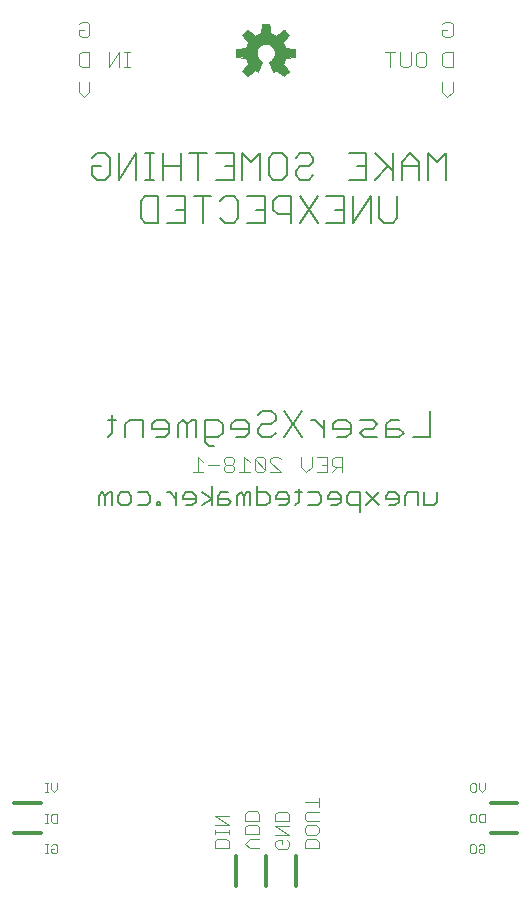
<source format=gbo>
G75*
%MOIN*%
%OFA0B0*%
%FSLAX25Y25*%
%IPPOS*%
%LPD*%
%AMOC8*
5,1,8,0,0,1.08239X$1,22.5*
%
%ADD10C,0.00800*%
%ADD11C,0.00600*%
%ADD12C,0.00400*%
%ADD13C,0.01200*%
%ADD14C,0.00300*%
D10*
X0087800Y0170514D02*
X0086332Y0171982D01*
X0086332Y0179322D01*
X0090736Y0179322D01*
X0092204Y0177854D01*
X0092204Y0174918D01*
X0090736Y0173450D01*
X0086332Y0173450D01*
X0087800Y0170514D02*
X0089268Y0170514D01*
X0083364Y0173450D02*
X0083364Y0179322D01*
X0081897Y0179322D01*
X0080429Y0177854D01*
X0078961Y0179322D01*
X0077493Y0177854D01*
X0077493Y0173450D01*
X0080429Y0173450D02*
X0080429Y0177854D01*
X0074525Y0177854D02*
X0074525Y0174918D01*
X0073057Y0173450D01*
X0070121Y0173450D01*
X0068653Y0176386D02*
X0074525Y0176386D01*
X0074525Y0177854D02*
X0073057Y0179322D01*
X0070121Y0179322D01*
X0068653Y0177854D01*
X0068653Y0176386D01*
X0065685Y0173450D02*
X0065685Y0179322D01*
X0061282Y0179322D01*
X0059814Y0177854D01*
X0059814Y0173450D01*
X0056846Y0179322D02*
X0053910Y0179322D01*
X0055378Y0180790D02*
X0055378Y0174918D01*
X0053910Y0173450D01*
X0095172Y0176386D02*
X0101044Y0176386D01*
X0101044Y0174918D02*
X0101044Y0177854D01*
X0099576Y0179322D01*
X0096640Y0179322D01*
X0095172Y0177854D01*
X0095172Y0176386D01*
X0096640Y0173450D02*
X0099576Y0173450D01*
X0101044Y0174918D01*
X0104011Y0174918D02*
X0105479Y0173450D01*
X0108415Y0173450D01*
X0109883Y0174918D01*
X0108415Y0177854D02*
X0105479Y0177854D01*
X0104011Y0176386D01*
X0104011Y0174918D01*
X0108415Y0177854D02*
X0109883Y0179322D01*
X0109883Y0180790D01*
X0108415Y0182258D01*
X0105479Y0182258D01*
X0104011Y0180790D01*
X0112851Y0182258D02*
X0118723Y0173450D01*
X0121685Y0179322D02*
X0123153Y0179322D01*
X0126089Y0176386D01*
X0126089Y0173450D02*
X0126089Y0179322D01*
X0129057Y0177854D02*
X0129057Y0176386D01*
X0134929Y0176386D01*
X0134929Y0174918D02*
X0134929Y0177854D01*
X0133461Y0179322D01*
X0130525Y0179322D01*
X0129057Y0177854D01*
X0130525Y0173450D02*
X0133461Y0173450D01*
X0134929Y0174918D01*
X0137896Y0174918D02*
X0139364Y0176386D01*
X0142300Y0176386D01*
X0143768Y0177854D01*
X0142300Y0179322D01*
X0137896Y0179322D01*
X0137896Y0174918D02*
X0139364Y0173450D01*
X0143768Y0173450D01*
X0146736Y0173450D02*
X0146736Y0177854D01*
X0148204Y0179322D01*
X0151140Y0179322D01*
X0151140Y0176386D02*
X0146736Y0176386D01*
X0146736Y0173450D02*
X0151140Y0173450D01*
X0152608Y0174918D01*
X0151140Y0176386D01*
X0155576Y0173450D02*
X0161447Y0173450D01*
X0161447Y0182258D01*
X0148930Y0245000D02*
X0145994Y0245000D01*
X0144526Y0246468D01*
X0144526Y0253808D01*
X0141558Y0253808D02*
X0135687Y0245000D01*
X0135687Y0253808D01*
X0134213Y0259400D02*
X0140085Y0259400D01*
X0140085Y0268208D01*
X0134213Y0268208D01*
X0137149Y0263804D02*
X0140085Y0263804D01*
X0143053Y0268208D02*
X0148925Y0262336D01*
X0147457Y0263804D02*
X0143053Y0259400D01*
X0141558Y0253808D02*
X0141558Y0245000D01*
X0148930Y0245000D02*
X0150398Y0246468D01*
X0150398Y0253808D01*
X0148925Y0259400D02*
X0148925Y0268208D01*
X0151892Y0265272D02*
X0151892Y0259400D01*
X0151892Y0263804D02*
X0157764Y0263804D01*
X0157764Y0265272D02*
X0154828Y0268208D01*
X0151892Y0265272D01*
X0157764Y0265272D02*
X0157764Y0259400D01*
X0160732Y0259400D02*
X0160732Y0268208D01*
X0163668Y0265272D01*
X0166604Y0268208D01*
X0166604Y0259400D01*
X0132719Y0253808D02*
X0132719Y0245000D01*
X0126847Y0245000D01*
X0129783Y0249404D02*
X0132719Y0249404D01*
X0132719Y0253808D02*
X0126847Y0253808D01*
X0123879Y0253808D02*
X0118007Y0245000D01*
X0115040Y0245000D02*
X0115040Y0253808D01*
X0110636Y0253808D01*
X0109168Y0252340D01*
X0109168Y0249404D01*
X0110636Y0247936D01*
X0115040Y0247936D01*
X0118007Y0253808D02*
X0123879Y0245000D01*
X0120938Y0259400D02*
X0118002Y0259400D01*
X0116534Y0260868D01*
X0116534Y0262336D01*
X0118002Y0263804D01*
X0120938Y0263804D01*
X0122406Y0265272D01*
X0122406Y0266740D01*
X0120938Y0268208D01*
X0118002Y0268208D01*
X0116534Y0266740D01*
X0113566Y0266740D02*
X0113566Y0260868D01*
X0112098Y0259400D01*
X0109163Y0259400D01*
X0107695Y0260868D01*
X0107695Y0266740D01*
X0109163Y0268208D01*
X0112098Y0268208D01*
X0113566Y0266740D01*
X0104727Y0268208D02*
X0104727Y0259400D01*
X0106200Y0253808D02*
X0106200Y0245000D01*
X0100328Y0245000D01*
X0097360Y0246468D02*
X0095893Y0245000D01*
X0092957Y0245000D01*
X0091489Y0246468D01*
X0091489Y0252340D02*
X0092957Y0253808D01*
X0095893Y0253808D01*
X0097360Y0252340D01*
X0097360Y0246468D01*
X0103264Y0249404D02*
X0106200Y0249404D01*
X0106200Y0253808D02*
X0100328Y0253808D01*
X0098855Y0259400D02*
X0098855Y0268208D01*
X0101791Y0265272D01*
X0104727Y0268208D01*
X0095887Y0268208D02*
X0095887Y0259400D01*
X0090016Y0259400D01*
X0088521Y0253808D02*
X0082649Y0253808D01*
X0085585Y0253808D02*
X0085585Y0245000D01*
X0079681Y0245000D02*
X0073810Y0245000D01*
X0070842Y0245000D02*
X0066438Y0245000D01*
X0064970Y0246468D01*
X0064970Y0252340D01*
X0066438Y0253808D01*
X0070842Y0253808D01*
X0070842Y0245000D01*
X0076745Y0249404D02*
X0079681Y0249404D01*
X0079681Y0253808D02*
X0079681Y0245000D01*
X0079681Y0253808D02*
X0073810Y0253808D01*
X0072336Y0259400D02*
X0072336Y0268208D01*
X0069369Y0268208D02*
X0066433Y0268208D01*
X0067901Y0268208D02*
X0067901Y0259400D01*
X0069369Y0259400D02*
X0066433Y0259400D01*
X0063475Y0259400D02*
X0063475Y0268208D01*
X0057604Y0259400D01*
X0057604Y0268208D01*
X0054636Y0266740D02*
X0054636Y0260868D01*
X0053168Y0259400D01*
X0050232Y0259400D01*
X0048764Y0260868D01*
X0048764Y0263804D01*
X0051700Y0263804D01*
X0048764Y0266740D02*
X0050232Y0268208D01*
X0053168Y0268208D01*
X0054636Y0266740D01*
X0072336Y0263804D02*
X0078208Y0263804D01*
X0078208Y0259400D02*
X0078208Y0268208D01*
X0081176Y0268208D02*
X0087048Y0268208D01*
X0084112Y0268208D02*
X0084112Y0259400D01*
X0090016Y0268208D02*
X0095887Y0268208D01*
X0095887Y0263804D02*
X0092951Y0263804D01*
X0120938Y0259400D02*
X0122406Y0260868D01*
X0118723Y0182258D02*
X0112851Y0173450D01*
D11*
X0103641Y0157305D02*
X0103641Y0150900D01*
X0106844Y0150900D01*
X0107911Y0151968D01*
X0107911Y0154103D01*
X0106844Y0155170D01*
X0103641Y0155170D01*
X0101466Y0155170D02*
X0101466Y0150900D01*
X0099331Y0150900D02*
X0099331Y0154103D01*
X0098263Y0155170D01*
X0097196Y0154103D01*
X0097196Y0150900D01*
X0095020Y0151968D02*
X0093953Y0153035D01*
X0090750Y0153035D01*
X0090750Y0154103D02*
X0090750Y0150900D01*
X0093953Y0150900D01*
X0095020Y0151968D01*
X0093953Y0155170D02*
X0091818Y0155170D01*
X0090750Y0154103D01*
X0088575Y0153035D02*
X0085372Y0155170D01*
X0083204Y0154103D02*
X0083204Y0151968D01*
X0082136Y0150900D01*
X0080001Y0150900D01*
X0078933Y0153035D02*
X0078933Y0154103D01*
X0080001Y0155170D01*
X0082136Y0155170D01*
X0083204Y0154103D01*
X0083204Y0153035D02*
X0078933Y0153035D01*
X0076758Y0153035D02*
X0074623Y0155170D01*
X0073556Y0155170D01*
X0076758Y0155170D02*
X0076758Y0150900D01*
X0071387Y0150900D02*
X0070319Y0150900D01*
X0070319Y0151968D01*
X0071387Y0151968D01*
X0071387Y0150900D01*
X0068164Y0151968D02*
X0067097Y0150900D01*
X0063894Y0150900D01*
X0061719Y0151968D02*
X0061719Y0154103D01*
X0060651Y0155170D01*
X0058516Y0155170D01*
X0057448Y0154103D01*
X0057448Y0151968D01*
X0058516Y0150900D01*
X0060651Y0150900D01*
X0061719Y0151968D01*
X0063894Y0155170D02*
X0067097Y0155170D01*
X0068164Y0154103D01*
X0068164Y0151968D01*
X0055273Y0150900D02*
X0055273Y0155170D01*
X0054206Y0155170D01*
X0053138Y0154103D01*
X0052071Y0155170D01*
X0051003Y0154103D01*
X0051003Y0150900D01*
X0053138Y0150900D02*
X0053138Y0154103D01*
X0085372Y0150900D02*
X0088575Y0153035D01*
X0088575Y0150900D02*
X0088575Y0157305D01*
X0099331Y0154103D02*
X0100398Y0155170D01*
X0101466Y0155170D01*
X0110087Y0154103D02*
X0110087Y0153035D01*
X0114357Y0153035D01*
X0114357Y0151968D02*
X0114357Y0154103D01*
X0113289Y0155170D01*
X0111154Y0155170D01*
X0110087Y0154103D01*
X0111154Y0150900D02*
X0113289Y0150900D01*
X0114357Y0151968D01*
X0116519Y0150900D02*
X0117586Y0151968D01*
X0117586Y0156238D01*
X0116519Y0155170D02*
X0118654Y0155170D01*
X0120829Y0155170D02*
X0124032Y0155170D01*
X0125099Y0154103D01*
X0125099Y0151968D01*
X0124032Y0150900D01*
X0120829Y0150900D01*
X0127275Y0153035D02*
X0131545Y0153035D01*
X0131545Y0151968D02*
X0131545Y0154103D01*
X0130477Y0155170D01*
X0128342Y0155170D01*
X0127275Y0154103D01*
X0127275Y0153035D01*
X0128342Y0150900D02*
X0130477Y0150900D01*
X0131545Y0151968D01*
X0133720Y0151968D02*
X0133720Y0154103D01*
X0134788Y0155170D01*
X0137990Y0155170D01*
X0137990Y0148765D01*
X0137990Y0150900D02*
X0134788Y0150900D01*
X0133720Y0151968D01*
X0140166Y0150900D02*
X0144436Y0155170D01*
X0146611Y0154103D02*
X0146611Y0153035D01*
X0150881Y0153035D01*
X0150881Y0151968D02*
X0150881Y0154103D01*
X0149814Y0155170D01*
X0147679Y0155170D01*
X0146611Y0154103D01*
X0147679Y0150900D02*
X0149814Y0150900D01*
X0150881Y0151968D01*
X0153057Y0150900D02*
X0153057Y0154103D01*
X0154124Y0155170D01*
X0157327Y0155170D01*
X0157327Y0150900D01*
X0159502Y0150900D02*
X0159502Y0155170D01*
X0159502Y0150900D02*
X0162705Y0150900D01*
X0163772Y0151968D01*
X0163772Y0155170D01*
X0144436Y0150900D02*
X0140166Y0155170D01*
D12*
X0132182Y0161800D02*
X0132182Y0167004D01*
X0129580Y0167004D01*
X0128712Y0166137D01*
X0128712Y0164402D01*
X0129580Y0163535D01*
X0132182Y0163535D01*
X0130447Y0163535D02*
X0128712Y0161800D01*
X0127026Y0161800D02*
X0123556Y0161800D01*
X0121869Y0163535D02*
X0120134Y0161800D01*
X0118400Y0163535D01*
X0118400Y0167004D01*
X0121869Y0167004D02*
X0121869Y0163535D01*
X0123556Y0167004D02*
X0127026Y0167004D01*
X0127026Y0161800D01*
X0127026Y0164402D02*
X0125291Y0164402D01*
X0111556Y0166137D02*
X0110689Y0167004D01*
X0108954Y0167004D01*
X0108087Y0166137D01*
X0108087Y0165270D01*
X0111556Y0161800D01*
X0108087Y0161800D01*
X0106400Y0162667D02*
X0106400Y0166137D01*
X0105533Y0167004D01*
X0103798Y0167004D01*
X0102930Y0166137D01*
X0106400Y0162667D01*
X0105533Y0161800D01*
X0103798Y0161800D01*
X0102930Y0162667D01*
X0102930Y0166137D01*
X0101244Y0165270D02*
X0099509Y0167004D01*
X0099509Y0161800D01*
X0101244Y0161800D02*
X0097774Y0161800D01*
X0096087Y0162667D02*
X0096087Y0163535D01*
X0095220Y0164402D01*
X0093485Y0164402D01*
X0092618Y0163535D01*
X0092618Y0162667D01*
X0093485Y0161800D01*
X0095220Y0161800D01*
X0096087Y0162667D01*
X0095220Y0164402D02*
X0096087Y0165270D01*
X0096087Y0166137D01*
X0095220Y0167004D01*
X0093485Y0167004D01*
X0092618Y0166137D01*
X0092618Y0165270D01*
X0093485Y0164402D01*
X0090931Y0164402D02*
X0087461Y0164402D01*
X0085774Y0165270D02*
X0084040Y0167004D01*
X0084040Y0161800D01*
X0085774Y0161800D02*
X0082305Y0161800D01*
X0124254Y0053332D02*
X0124254Y0050263D01*
X0124254Y0051798D02*
X0119650Y0051798D01*
X0120417Y0048728D02*
X0119650Y0047961D01*
X0119650Y0046426D01*
X0120417Y0045659D01*
X0124254Y0045659D01*
X0123486Y0044124D02*
X0124254Y0043357D01*
X0124254Y0041822D01*
X0123486Y0041055D01*
X0120417Y0041055D01*
X0119650Y0041822D01*
X0119650Y0043357D01*
X0120417Y0044124D01*
X0123486Y0044124D01*
X0124254Y0048728D02*
X0120417Y0048728D01*
X0114454Y0047861D02*
X0114454Y0045559D01*
X0109850Y0045559D01*
X0109850Y0047861D01*
X0110617Y0048628D01*
X0113686Y0048628D01*
X0114454Y0047861D01*
X0114454Y0044024D02*
X0109850Y0044024D01*
X0114454Y0040955D01*
X0109850Y0040955D01*
X0110617Y0039420D02*
X0112152Y0039420D01*
X0112152Y0037886D01*
X0113686Y0039420D02*
X0114454Y0038653D01*
X0114454Y0037118D01*
X0113686Y0036351D01*
X0110617Y0036351D01*
X0109850Y0037118D01*
X0109850Y0038653D01*
X0110617Y0039420D01*
X0104454Y0039620D02*
X0101384Y0039620D01*
X0099850Y0038086D01*
X0101384Y0036551D01*
X0104454Y0036551D01*
X0104454Y0041155D02*
X0099850Y0041155D01*
X0099850Y0043457D01*
X0100617Y0044224D01*
X0103686Y0044224D01*
X0104454Y0043457D01*
X0104454Y0041155D01*
X0104454Y0045759D02*
X0104454Y0048061D01*
X0103686Y0048828D01*
X0100617Y0048828D01*
X0099850Y0048061D01*
X0099850Y0045759D01*
X0104454Y0045759D01*
X0094254Y0044224D02*
X0089650Y0047294D01*
X0094254Y0047294D01*
X0094254Y0044224D02*
X0089650Y0044224D01*
X0089650Y0042690D02*
X0089650Y0041155D01*
X0089650Y0041922D02*
X0094254Y0041922D01*
X0094254Y0041155D02*
X0094254Y0042690D01*
X0093486Y0039620D02*
X0090417Y0039620D01*
X0089650Y0038853D01*
X0089650Y0036551D01*
X0094254Y0036551D01*
X0094254Y0038853D01*
X0093486Y0039620D01*
X0119650Y0038753D02*
X0119650Y0036451D01*
X0124254Y0036451D01*
X0124254Y0038753D01*
X0123486Y0039520D01*
X0120417Y0039520D01*
X0119650Y0038753D01*
X0167165Y0286800D02*
X0165430Y0288535D01*
X0165430Y0292004D01*
X0168900Y0292004D02*
X0168900Y0288535D01*
X0167165Y0286800D01*
X0166298Y0296800D02*
X0165430Y0297667D01*
X0165430Y0301137D01*
X0166298Y0302004D01*
X0168900Y0302004D01*
X0168900Y0296800D01*
X0166298Y0296800D01*
X0160150Y0297667D02*
X0159283Y0296800D01*
X0157548Y0296800D01*
X0156680Y0297667D01*
X0156680Y0301137D01*
X0157548Y0302004D01*
X0159283Y0302004D01*
X0160150Y0301137D01*
X0160150Y0297667D01*
X0154994Y0297667D02*
X0154126Y0296800D01*
X0152391Y0296800D01*
X0151524Y0297667D01*
X0151524Y0302004D01*
X0149837Y0302004D02*
X0146368Y0302004D01*
X0148102Y0302004D02*
X0148102Y0296800D01*
X0154994Y0297667D02*
X0154994Y0302004D01*
X0165430Y0307667D02*
X0165430Y0309402D01*
X0167165Y0309402D01*
X0165430Y0307667D02*
X0166298Y0306800D01*
X0168033Y0306800D01*
X0168900Y0307667D01*
X0168900Y0311137D01*
X0168033Y0312004D01*
X0166298Y0312004D01*
X0165430Y0311137D01*
X0061244Y0302004D02*
X0059509Y0302004D01*
X0060377Y0302004D02*
X0060377Y0296800D01*
X0061244Y0296800D02*
X0059509Y0296800D01*
X0057806Y0296800D02*
X0057806Y0302004D01*
X0054337Y0296800D01*
X0054337Y0302004D01*
X0047806Y0302004D02*
X0047806Y0296800D01*
X0045204Y0296800D01*
X0044337Y0297667D01*
X0044337Y0301137D01*
X0045204Y0302004D01*
X0047806Y0302004D01*
X0046939Y0306800D02*
X0045204Y0306800D01*
X0044337Y0307667D01*
X0044337Y0309402D01*
X0046072Y0309402D01*
X0047806Y0307667D02*
X0046939Y0306800D01*
X0047806Y0307667D02*
X0047806Y0311137D01*
X0046939Y0312004D01*
X0045204Y0312004D01*
X0044337Y0311137D01*
X0044337Y0292004D02*
X0044337Y0288535D01*
X0046072Y0286800D01*
X0047806Y0288535D01*
X0047806Y0292004D01*
D13*
X0031600Y0041600D02*
X0022850Y0041600D01*
X0022850Y0051600D02*
X0031600Y0051600D01*
X0096600Y0034100D02*
X0096600Y0024100D01*
X0106600Y0024100D02*
X0106600Y0034100D01*
X0116600Y0034100D02*
X0116600Y0024100D01*
X0181600Y0041600D02*
X0190350Y0041600D01*
X0190350Y0051600D02*
X0181600Y0051600D01*
D14*
X0179699Y0048102D02*
X0178248Y0048102D01*
X0177764Y0047618D01*
X0177764Y0045683D01*
X0178248Y0045200D01*
X0179699Y0045200D01*
X0179699Y0048102D01*
X0176752Y0047618D02*
X0176752Y0045683D01*
X0176269Y0045200D01*
X0175301Y0045200D01*
X0174817Y0045683D01*
X0174817Y0047618D01*
X0175301Y0048102D01*
X0176269Y0048102D01*
X0176752Y0047618D01*
X0176269Y0055350D02*
X0175301Y0055350D01*
X0174817Y0055833D01*
X0174817Y0057768D01*
X0175301Y0058252D01*
X0176269Y0058252D01*
X0176752Y0057768D01*
X0176752Y0055833D01*
X0176269Y0055350D01*
X0177764Y0056317D02*
X0177764Y0058252D01*
X0179699Y0058252D02*
X0179699Y0056317D01*
X0178731Y0055350D01*
X0177764Y0056317D01*
X0178048Y0037852D02*
X0177564Y0037368D01*
X0178048Y0037852D02*
X0179015Y0037852D01*
X0179499Y0037368D01*
X0179499Y0035433D01*
X0179015Y0034950D01*
X0178048Y0034950D01*
X0177564Y0035433D01*
X0177564Y0036401D01*
X0178531Y0036401D01*
X0176552Y0037368D02*
X0176552Y0035433D01*
X0176069Y0034950D01*
X0175101Y0034950D01*
X0174617Y0035433D01*
X0174617Y0037368D01*
X0175101Y0037852D01*
X0176069Y0037852D01*
X0176552Y0037368D01*
X0037035Y0037368D02*
X0037035Y0035433D01*
X0036551Y0034950D01*
X0035583Y0034950D01*
X0035100Y0035433D01*
X0035100Y0036401D01*
X0036067Y0036401D01*
X0035100Y0037368D02*
X0035583Y0037852D01*
X0036551Y0037852D01*
X0037035Y0037368D01*
X0034088Y0037852D02*
X0033121Y0037852D01*
X0033604Y0037852D02*
X0033604Y0034950D01*
X0033121Y0034950D02*
X0034088Y0034950D01*
X0034088Y0045100D02*
X0033121Y0045100D01*
X0033604Y0045100D02*
X0033604Y0048002D01*
X0033121Y0048002D02*
X0034088Y0048002D01*
X0035100Y0047518D02*
X0035100Y0045583D01*
X0035583Y0045100D01*
X0037035Y0045100D01*
X0037035Y0048002D01*
X0035583Y0048002D01*
X0035100Y0047518D01*
X0034113Y0055300D02*
X0033146Y0055300D01*
X0033629Y0055300D02*
X0033629Y0058202D01*
X0033146Y0058202D02*
X0034113Y0058202D01*
X0035125Y0058202D02*
X0035125Y0056267D01*
X0036092Y0055300D01*
X0037060Y0056267D01*
X0037060Y0058202D01*
X0100540Y0293844D02*
X0098844Y0295540D01*
X0100861Y0298014D01*
X0100348Y0299011D01*
X0100007Y0300078D01*
X0096831Y0300400D01*
X0096831Y0302800D01*
X0100007Y0303122D01*
X0100348Y0304189D01*
X0100861Y0305186D01*
X0098844Y0307660D01*
X0100540Y0309356D01*
X0103014Y0307339D01*
X0104011Y0307852D01*
X0105078Y0308193D01*
X0105400Y0311369D01*
X0107800Y0311369D01*
X0108122Y0308193D01*
X0109189Y0307852D01*
X0110186Y0307339D01*
X0112660Y0309356D01*
X0114356Y0307660D01*
X0112339Y0305186D01*
X0112852Y0304189D01*
X0113193Y0303122D01*
X0116369Y0302800D01*
X0116369Y0300400D01*
X0113193Y0300078D01*
X0112852Y0299011D01*
X0112339Y0298014D01*
X0114356Y0295540D01*
X0112660Y0293844D01*
X0110186Y0295861D01*
X0109190Y0295348D01*
X0107777Y0298758D01*
X0108309Y0299042D01*
X0108775Y0299425D01*
X0109158Y0299891D01*
X0109442Y0300423D01*
X0109617Y0301000D01*
X0109676Y0301600D01*
X0109611Y0302228D01*
X0109419Y0302830D01*
X0109109Y0303380D01*
X0108692Y0303855D01*
X0108188Y0304235D01*
X0107616Y0304503D01*
X0107002Y0304650D01*
X0106370Y0304667D01*
X0105749Y0304556D01*
X0105163Y0304320D01*
X0104638Y0303969D01*
X0104195Y0303518D01*
X0103854Y0302986D01*
X0103629Y0302396D01*
X0103529Y0301773D01*
X0103558Y0301142D01*
X0103716Y0300530D01*
X0103996Y0299964D01*
X0104385Y0299466D01*
X0104867Y0299059D01*
X0105423Y0298758D01*
X0104010Y0295348D01*
X0103014Y0295861D01*
X0100540Y0293844D01*
X0100465Y0293919D02*
X0100632Y0293919D01*
X0100998Y0294217D02*
X0100167Y0294217D01*
X0099868Y0294516D02*
X0101364Y0294516D01*
X0101730Y0294814D02*
X0099570Y0294814D01*
X0099271Y0295113D02*
X0102096Y0295113D01*
X0102462Y0295411D02*
X0098973Y0295411D01*
X0098982Y0295710D02*
X0102828Y0295710D01*
X0103308Y0295710D02*
X0104160Y0295710D01*
X0104284Y0296008D02*
X0099226Y0296008D01*
X0099469Y0296307D02*
X0104407Y0296307D01*
X0104531Y0296605D02*
X0099713Y0296605D01*
X0099956Y0296904D02*
X0104655Y0296904D01*
X0104778Y0297202D02*
X0100200Y0297202D01*
X0100443Y0297501D02*
X0104902Y0297501D01*
X0105026Y0297799D02*
X0100686Y0297799D01*
X0100818Y0298098D02*
X0105149Y0298098D01*
X0105273Y0298396D02*
X0100665Y0298396D01*
X0100511Y0298695D02*
X0105397Y0298695D01*
X0104988Y0298994D02*
X0100357Y0298994D01*
X0100258Y0299292D02*
X0104591Y0299292D01*
X0104287Y0299591D02*
X0100163Y0299591D01*
X0100067Y0299889D02*
X0104054Y0299889D01*
X0103885Y0300188D02*
X0098927Y0300188D01*
X0096831Y0300486D02*
X0103738Y0300486D01*
X0103651Y0300785D02*
X0096831Y0300785D01*
X0096831Y0301083D02*
X0103574Y0301083D01*
X0103547Y0301382D02*
X0096831Y0301382D01*
X0096831Y0301680D02*
X0103533Y0301680D01*
X0103562Y0301979D02*
X0096831Y0301979D01*
X0096831Y0302277D02*
X0103610Y0302277D01*
X0103697Y0302576D02*
X0096831Y0302576D01*
X0097565Y0302874D02*
X0103811Y0302874D01*
X0103974Y0303173D02*
X0100023Y0303173D01*
X0100118Y0303471D02*
X0104165Y0303471D01*
X0104442Y0303770D02*
X0100214Y0303770D01*
X0100309Y0304068D02*
X0104787Y0304068D01*
X0105280Y0304367D02*
X0100440Y0304367D01*
X0100593Y0304665D02*
X0106359Y0304665D01*
X0106445Y0304665D02*
X0112607Y0304665D01*
X0112760Y0304367D02*
X0107907Y0304367D01*
X0108409Y0304068D02*
X0112890Y0304068D01*
X0112986Y0303770D02*
X0108767Y0303770D01*
X0109029Y0303471D02*
X0113082Y0303471D01*
X0113177Y0303173D02*
X0109226Y0303173D01*
X0109394Y0302874D02*
X0115635Y0302874D01*
X0116369Y0302576D02*
X0109500Y0302576D01*
X0109596Y0302277D02*
X0116369Y0302277D01*
X0116369Y0301979D02*
X0109637Y0301979D01*
X0109668Y0301680D02*
X0116369Y0301680D01*
X0116369Y0301382D02*
X0109654Y0301382D01*
X0109625Y0301083D02*
X0116369Y0301083D01*
X0116369Y0300785D02*
X0109552Y0300785D01*
X0109461Y0300486D02*
X0116369Y0300486D01*
X0114273Y0300188D02*
X0109316Y0300188D01*
X0109156Y0299889D02*
X0113133Y0299889D01*
X0113037Y0299591D02*
X0108911Y0299591D01*
X0108613Y0299292D02*
X0112942Y0299292D01*
X0112843Y0298994D02*
X0108217Y0298994D01*
X0107803Y0298695D02*
X0112689Y0298695D01*
X0112535Y0298396D02*
X0107927Y0298396D01*
X0108051Y0298098D02*
X0112382Y0298098D01*
X0112514Y0297799D02*
X0108174Y0297799D01*
X0108298Y0297501D02*
X0112757Y0297501D01*
X0113000Y0297202D02*
X0108422Y0297202D01*
X0108545Y0296904D02*
X0113244Y0296904D01*
X0113487Y0296605D02*
X0108669Y0296605D01*
X0108793Y0296307D02*
X0113731Y0296307D01*
X0113974Y0296008D02*
X0108916Y0296008D01*
X0109040Y0295710D02*
X0109892Y0295710D01*
X0110372Y0295710D02*
X0114217Y0295710D01*
X0114227Y0295411D02*
X0110738Y0295411D01*
X0111104Y0295113D02*
X0113929Y0295113D01*
X0113630Y0294814D02*
X0111470Y0294814D01*
X0111836Y0294516D02*
X0113332Y0294516D01*
X0113033Y0294217D02*
X0112202Y0294217D01*
X0112568Y0293919D02*
X0112735Y0293919D01*
X0109313Y0295411D02*
X0109164Y0295411D01*
X0104036Y0295411D02*
X0103887Y0295411D01*
X0100747Y0304964D02*
X0112453Y0304964D01*
X0112401Y0305262D02*
X0100799Y0305262D01*
X0100556Y0305561D02*
X0112644Y0305561D01*
X0112888Y0305859D02*
X0100312Y0305859D01*
X0100069Y0306158D02*
X0113131Y0306158D01*
X0113375Y0306456D02*
X0099825Y0306456D01*
X0099582Y0306755D02*
X0113618Y0306755D01*
X0113861Y0307053D02*
X0099339Y0307053D01*
X0099095Y0307352D02*
X0102998Y0307352D01*
X0103040Y0307352D02*
X0110160Y0307352D01*
X0110202Y0307352D02*
X0114105Y0307352D01*
X0114348Y0307650D02*
X0110568Y0307650D01*
X0110934Y0307949D02*
X0114067Y0307949D01*
X0113768Y0308247D02*
X0111300Y0308247D01*
X0111666Y0308546D02*
X0113470Y0308546D01*
X0113171Y0308844D02*
X0112033Y0308844D01*
X0112399Y0309143D02*
X0112873Y0309143D01*
X0109580Y0307650D02*
X0103620Y0307650D01*
X0104314Y0307949D02*
X0108886Y0307949D01*
X0108117Y0308247D02*
X0105083Y0308247D01*
X0105114Y0308546D02*
X0108086Y0308546D01*
X0108056Y0308844D02*
X0105144Y0308844D01*
X0105174Y0309143D02*
X0108026Y0309143D01*
X0107995Y0309441D02*
X0105205Y0309441D01*
X0105235Y0309740D02*
X0107965Y0309740D01*
X0107935Y0310038D02*
X0105265Y0310038D01*
X0105296Y0310337D02*
X0107904Y0310337D01*
X0107874Y0310635D02*
X0105326Y0310635D01*
X0105356Y0310934D02*
X0107844Y0310934D01*
X0107813Y0311232D02*
X0105387Y0311232D01*
X0102632Y0307650D02*
X0098852Y0307650D01*
X0099133Y0307949D02*
X0102266Y0307949D01*
X0101900Y0308247D02*
X0099432Y0308247D01*
X0099730Y0308546D02*
X0101534Y0308546D01*
X0101167Y0308844D02*
X0100029Y0308844D01*
X0100327Y0309143D02*
X0100801Y0309143D01*
M02*

</source>
